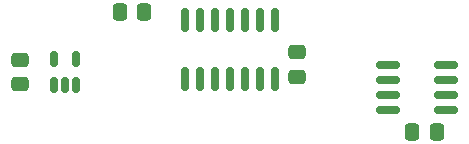
<source format=gbr>
%TF.GenerationSoftware,KiCad,Pcbnew,7.0.6*%
%TF.CreationDate,2023-08-24T15:39:13-04:00*%
%TF.ProjectId,miniald,6d696e69-616c-4642-9e6b-696361645f70,rev?*%
%TF.SameCoordinates,Original*%
%TF.FileFunction,Paste,Top*%
%TF.FilePolarity,Positive*%
%FSLAX46Y46*%
G04 Gerber Fmt 4.6, Leading zero omitted, Abs format (unit mm)*
G04 Created by KiCad (PCBNEW 7.0.6) date 2023-08-24 15:39:13*
%MOMM*%
%LPD*%
G01*
G04 APERTURE LIST*
G04 Aperture macros list*
%AMRoundRect*
0 Rectangle with rounded corners*
0 $1 Rounding radius*
0 $2 $3 $4 $5 $6 $7 $8 $9 X,Y pos of 4 corners*
0 Add a 4 corners polygon primitive as box body*
4,1,4,$2,$3,$4,$5,$6,$7,$8,$9,$2,$3,0*
0 Add four circle primitives for the rounded corners*
1,1,$1+$1,$2,$3*
1,1,$1+$1,$4,$5*
1,1,$1+$1,$6,$7*
1,1,$1+$1,$8,$9*
0 Add four rect primitives between the rounded corners*
20,1,$1+$1,$2,$3,$4,$5,0*
20,1,$1+$1,$4,$5,$6,$7,0*
20,1,$1+$1,$6,$7,$8,$9,0*
20,1,$1+$1,$8,$9,$2,$3,0*%
G04 Aperture macros list end*
%ADD10RoundRect,0.250000X-0.475000X0.337500X-0.475000X-0.337500X0.475000X-0.337500X0.475000X0.337500X0*%
%ADD11RoundRect,0.250000X-0.337500X-0.475000X0.337500X-0.475000X0.337500X0.475000X-0.337500X0.475000X0*%
%ADD12RoundRect,0.150000X0.150000X-0.512500X0.150000X0.512500X-0.150000X0.512500X-0.150000X-0.512500X0*%
%ADD13RoundRect,0.150000X-0.150000X0.825000X-0.150000X-0.825000X0.150000X-0.825000X0.150000X0.825000X0*%
%ADD14RoundRect,0.150000X-0.825000X-0.150000X0.825000X-0.150000X0.825000X0.150000X-0.825000X0.150000X0*%
%ADD15RoundRect,0.250000X0.337500X0.475000X-0.337500X0.475000X-0.337500X-0.475000X0.337500X-0.475000X0*%
G04 APERTURE END LIST*
D10*
%TO.C,C4*%
X116845000Y-56747500D03*
X116845000Y-58822500D03*
%TD*%
D11*
%TO.C,C2*%
X101832500Y-53340000D03*
X103907500Y-53340000D03*
%TD*%
D12*
%TO.C,U1*%
X96205000Y-59557500D03*
X97155000Y-59557500D03*
X98105000Y-59557500D03*
X98105000Y-57282500D03*
X96205000Y-57282500D03*
%TD*%
D13*
%TO.C,U2*%
X114935000Y-54040000D03*
X113665000Y-54040000D03*
X112395000Y-54040000D03*
X111125000Y-54040000D03*
X109855000Y-54040000D03*
X108585000Y-54040000D03*
X107315000Y-54040000D03*
X107315000Y-58990000D03*
X108585000Y-58990000D03*
X109855000Y-58990000D03*
X111125000Y-58990000D03*
X112395000Y-58990000D03*
X113665000Y-58990000D03*
X114935000Y-58990000D03*
%TD*%
D14*
%TO.C,U3*%
X124525000Y-57785000D03*
X124525000Y-59055000D03*
X124525000Y-60325000D03*
X124525000Y-61595000D03*
X129475000Y-61595000D03*
X129475000Y-60325000D03*
X129475000Y-59055000D03*
X129475000Y-57785000D03*
%TD*%
D10*
%TO.C,C5*%
X93345000Y-57382500D03*
X93345000Y-59457500D03*
%TD*%
D15*
%TO.C,C1*%
X128672500Y-63500000D03*
X126597500Y-63500000D03*
%TD*%
M02*

</source>
